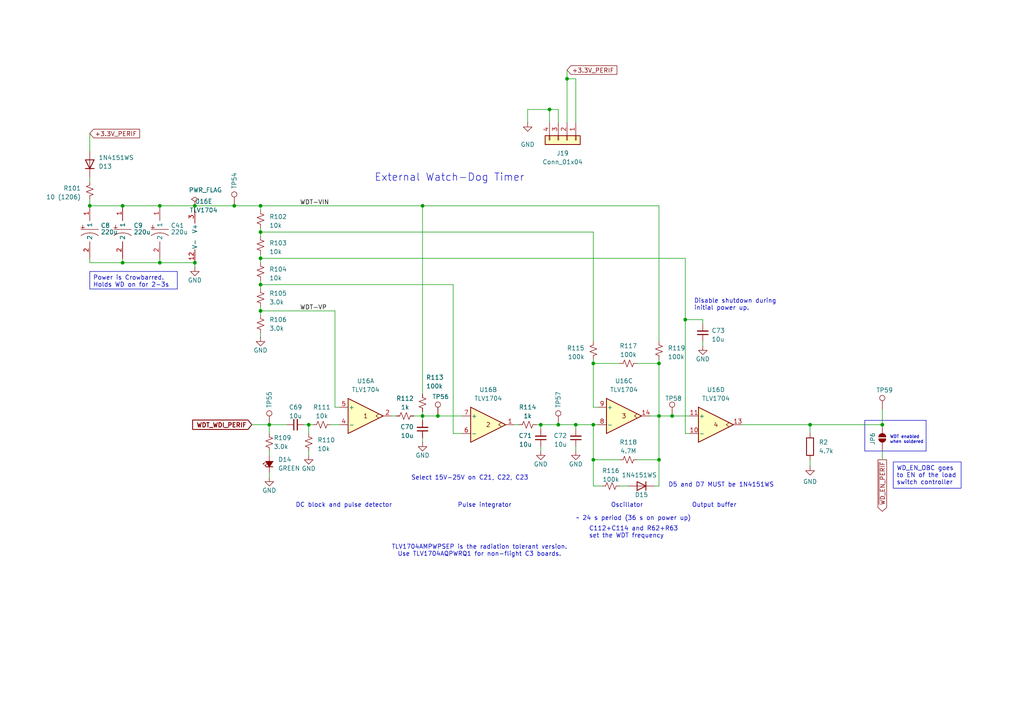
<source format=kicad_sch>
(kicad_sch (version 20250114) (generator "eeschema") (generator_version "9.0")
  (paper "A4")
  (lib_symbols
    (symbol "Connector:TestPoint" (pin_numbers (hide yes)) (pin_names (offset 0.762) (hide yes))
      (property "Reference" "TP" (at 0 6.858 0))
      (property "Value" "TestPoint" (at 0 5.08 0))
      (symbol "TestPoint_0_1"
        (circle (center 0 3.302) (radius 0.762))
      )
      (symbol "TestPoint_1_1"
        (pin passive line (at 0 0 90) (length 2.54) (name "1") (number "1"))
      )
    )
    (symbol "Connector_Generic:Conn_01x04" (pin_names (offset 1.016) (hide yes))
      (property "Reference" "J" (at 0 5.08 0))
      (property "Value" "Conn_01x04" (at 0 -7.62 0))
      (symbol "Conn_01x04_1_1"
        (rectangle (start -1.27 3.81) (end 1.27 -6.35) (stroke (width 0.254)) (fill (type background)))
        (rectangle (start -1.27 2.667) (end 0 2.413) (stroke (width 0.1524)))
        (rectangle (start -1.27 0.127) (end 0 -0.127) (stroke (width 0.1524)))
        (rectangle (start -1.27 -2.413) (end 0 -2.667) (stroke (width 0.1524)))
        (rectangle (start -1.27 -4.953) (end 0 -5.207) (stroke (width 0.1524)))
        (pin passive line (at -5.08 2.54 0) (length 3.81) (name "Pin_1") (number "1"))
        (pin passive line (at -5.08 0 0) (length 3.81) (name "Pin_2") (number "2"))
        (pin passive line (at -5.08 -2.54 0) (length 3.81) (name "Pin_3") (number "3"))
        (pin passive line (at -5.08 -5.08 0) (length 3.81) (name "Pin_4") (number "4"))
      )
    )
    (symbol "Device:C_Small" (pin_numbers (hide yes)) (pin_names (offset 0.254) (hide yes))
      (property "Reference" "C" (at 0.254 1.778 0))
      (property "Value" "C_Small" (at 0.254 -2.032 0))
      (symbol "C_Small_0_1"
        (polyline (pts (xy -1.524 0.508) (xy 1.524 0.508)) (stroke (width 0.3048)))
        (polyline (pts (xy -1.524 -0.508) (xy 1.524 -0.508)) (stroke (width 0.3302)))
      )
      (symbol "C_Small_1_1"
        (pin passive line (at 0 2.54 270) (length 2.032) (name "~") (number "1"))
        (pin passive line (at 0 -2.54 90) (length 2.032) (name "~") (number "2"))
      )
    )
    (symbol "Device:LED_Small_Filled" (pin_numbers (hide yes)) (pin_names (offset 0.254) (hide yes))
      (property "Reference" "D" (at -1.27 3.175 0))
      (property "Value" "LED_Small_Filled" (at -4.445 -2.54 0))
      (symbol "LED_Small_Filled_0_1"
        (polyline (pts (xy -0.762 -1.016) (xy -0.762 1.016)) (stroke (width 0.254)))
        (polyline (pts (xy 0 0.762) (xy -0.508 1.27) (xy -0.254 1.27) (xy -0.508 1.27) (xy -0.508 1.016)))
        (polyline (pts (xy 0.508 1.27) (xy 0 1.778) (xy 0.254 1.778) (xy 0 1.778) (xy 0 1.524)))
        (polyline (pts (xy 0.762 -1.016) (xy -0.762 0) (xy 0.762 1.016) (xy 0.762 -1.016)) (stroke (width 0.254)) (fill (type outline)))
        (polyline (pts (xy 1.016 0) (xy -0.762 0)))
      )
      (symbol "LED_Small_Filled_1_1"
        (pin passive line (at -2.54 0 0) (length 1.778) (name "K") (number "1"))
        (pin passive line (at 2.54 0 180) (length 1.778) (name "A") (number "2"))
      )
    )
    (symbol "Device:R" (pin_numbers (hide yes)) (pin_names (offset 0))
      (property "Reference" "R" (at 2.032 0 90))
      (property "Value" "R" (at 0 0 90))
      (symbol "R_0_1"
        (rectangle (start -1.016 -2.54) (end 1.016 2.54) (stroke (width 0.254)))
      )
      (symbol "R_1_1"
        (pin passive line (at 0 3.81 270) (length 1.27) (name "~") (number "1"))
        (pin passive line (at 0 -3.81 90) (length 1.27) (name "~") (number "2"))
      )
    )
    (symbol "Device:R_Small_US" (pin_numbers (hide yes)) (pin_names (offset 0.254) (hide yes))
      (property "Reference" "R" (at 0.762 0.508 0))
      (property "Value" "R_Small_US" (at 0.762 -1.016 0))
      (symbol "R_Small_US_1_1"
        (polyline (pts (xy 0 1.524) (xy 1.016 1.143) (xy 0 0.762) (xy -1.016 0.381) (xy 0 0)))
        (polyline (pts (xy 0 0) (xy 1.016 -0.381) (xy 0 -0.762) (xy -1.016 -1.143) (xy 0 -1.524)))
        (pin passive line (at 0 2.54 270) (length 1.016) (name "~") (number "1"))
        (pin passive line (at 0 -2.54 90) (length 1.016) (name "~") (number "2"))
      )
    )
    (symbol "EPS:1N4151WS" (pin_numbers (hide yes)) (pin_names (offset 1.016) (hide yes))
      (property "Reference" "D" (at 0 2.54 0))
      (property "Value" "1N4151WS" (at 0 -2.54 0))
      (symbol "1N4151WS_0_1"
        (polyline (pts (xy -1.27 1.27) (xy -1.27 -1.27)) (stroke (width 0.254)))
        (polyline (pts (xy 1.27 1.27) (xy 1.27 -1.27) (xy -1.27 0) (xy 1.27 1.27)) (stroke (width 0.254)))
        (polyline (pts (xy 1.27 0) (xy -1.27 0)))
      )
      (symbol "1N4151WS_1_1"
        (pin passive line (at -3.81 0 0) (length 2.54) (name "K") (number "1"))
        (pin passive line (at 3.81 0 180) (length 2.54) (name "A") (number "2"))
      )
    )
    (symbol "EPS:CA45-D-10V-220μF-K"
      (property "Reference" "C" (at 0 5.08 0))
      (property "Value" "220u" (at 0 -5.08 0))
      (symbol "CA45-D-10V-220μF-K_0_1"
        (arc (start -1.02 2.54) (mid -0.31 0.81) (end -0.25 0))
        (arc (start -0.25 0) (mid -0.27 -0.53) (end -1.02 -2.54))
        (polyline (pts (xy 0.76 2.54) (xy 0.76 -2.54)))
        (rectangle (start 1.02 2.03) (end 2.03 2.03) (fill (type background)))
        (rectangle (start 1.27 2.54) (end 1.27 1.52) (fill (type background)))
        (pin unspecified line (at -7.62 0 0) (length 4.826) (name "2") (number "2"))
        (pin unspecified line (at 7.62 0 180) (length 4.318) (name "1") (number "1"))
      )
    )
    (symbol "EPS:TLV1704AIPWR" (pin_names (offset 0.127))
      (property "Reference" "U13" (at 0 10.16 0))
      (property "Value" "TLV1704" (at 0 7.62 0))
      (symbol "TLV1704AIPWR_1_1"
        (polyline (pts (xy -5.08 5.08) (xy 5.08 0) (xy -5.08 -5.08) (xy -5.08 5.08)) (stroke (width 0.254)) (fill (type background)))
        (polyline (pts (xy 3.048 0) (xy 3.81 -0.635)))
        (polyline (pts (xy 3.81 0.635) (xy 3.048 0)))
        (text "1" (at 0 0 0) (effects (font (size 1.27 1.27))))
        (pin input line (at -7.62 2.54 0) (length 2.54) (name "+") (number "5"))
        (pin input line (at -7.62 -2.54 0) (length 2.54) (name "-") (number "4"))
        (pin open_collector line (at 7.62 0 180) (length 2.54) (name "~") (number "2"))
      )
      (symbol "TLV1704AIPWR_2_1"
        (polyline (pts (xy -5.08 5.08) (xy 5.08 0) (xy -5.08 -5.08) (xy -5.08 5.08)) (stroke (width 0.254)) (fill (type background)))
        (polyline (pts (xy 3.048 0) (xy 3.81 -0.635)))
        (polyline (pts (xy 3.81 0.635) (xy 3.048 0)))
        (text "2" (at 0 0 0) (effects (font (size 1.27 1.27))))
        (pin input line (at -7.62 2.54 0) (length 2.54) (name "+") (number "7"))
        (pin input line (at -7.62 -2.54 0) (length 2.54) (name "-") (number "6"))
        (pin open_collector line (at 7.62 0 180) (length 2.54) (name "~") (number "1"))
      )
      (symbol "TLV1704AIPWR_3_1"
        (polyline (pts (xy -5.08 5.08) (xy 5.08 0) (xy -5.08 -5.08) (xy -5.08 5.08)) (stroke (width 0.254)) (fill (type background)))
        (polyline (pts (xy 3.048 0) (xy 3.81 -0.635)))
        (polyline (pts (xy 3.81 0.635) (xy 3.048 0)))
        (text "3" (at 0 0 0) (effects (font (size 1.27 1.27))))
        (pin input line (at -7.62 2.54 0) (length 2.54) (name "+") (number "9"))
        (pin input line (at -7.62 -2.54 0) (length 2.54) (name "-") (number "8"))
        (pin open_collector line (at 7.62 0 180) (length 2.54) (name "~") (number "14"))
      )
      (symbol "TLV1704AIPWR_4_1"
        (polyline (pts (xy -5.08 5.08) (xy 5.08 0) (xy -5.08 -5.08) (xy -5.08 5.08)) (stroke (width 0.254)) (fill (type background)))
        (polyline (pts (xy 3.048 0) (xy 3.81 -0.635)))
        (polyline (pts (xy 3.81 0.635) (xy 3.048 0)))
        (text "4" (at 0 0 0) (effects (font (size 1.27 1.27))))
        (pin input line (at -7.62 2.54 0) (length 2.54) (name "+") (number "11"))
        (pin input line (at -7.62 -2.54 0) (length 2.54) (name "-") (number "10"))
        (pin open_collector line (at 7.62 0 180) (length 2.54) (name "~") (number "13"))
      )
      (symbol "TLV1704AIPWR_5_1"
        (pin power_in line (at -2.54 7.62 270) (length 3.81) (name "V+") (number "3"))
        (pin power_in line (at -2.54 -7.62 90) (length 3.81) (name "V-") (number "12"))
      )
    )
    (symbol "Jumper:SolderJumper_2_Open" (pin_numbers (hide yes)) (pin_names (offset 0) (hide yes)) (exclude_from_sim yes) (in_bom no)
      (property "Reference" "JP" (at 0 2.032 0))
      (property "Value" "SolderJumper_2_Open" (at 0 -2.54 0))
      (symbol "SolderJumper_2_Open_0_1"
        (polyline (pts (xy -0.254 1.016) (xy -0.254 -1.016)))
        (arc (start -0.254 -1.016) (mid -1.2656 0) (end -0.254 1.016))
        (arc (start -0.254 -1.016) (mid -1.2656 0) (end -0.254 1.016) (fill (type outline)))
        (arc (start 0.254 1.016) (mid 1.2656 0) (end 0.254 -1.016))
        (arc (start 0.254 1.016) (mid 1.2656 0) (end 0.254 -1.016) (fill (type outline)))
        (polyline (pts (xy 0.254 1.016) (xy 0.254 -1.016)))
      )
      (symbol "SolderJumper_2_Open_1_1"
        (pin passive line (at -3.81 0 0) (length 2.54) (name "A") (number "1"))
        (pin passive line (at 3.81 0 180) (length 2.54) (name "B") (number "2"))
      )
    )
    (symbol "power:GND" (power) (pin_numbers (hide yes)) (pin_names (offset 0) (hide yes))
      (property "Value" "GND" (at 0 -3.81 0))
      (symbol "GND_0_1"
        (polyline (pts (xy 0 0) (xy 0 -1.27) (xy 1.27 -1.27) (xy 0 -2.54) (xy -1.27 -1.27) (xy 0 -1.27)))
      )
      (symbol "GND_1_1"
        (pin power_in line (at 0 0 270) (length 0) (name "~") (number "1"))
      )
    )
    (symbol "power:PWR_FLAG" (power) (pin_numbers (hide yes)) (pin_names (offset 0) (hide yes))
      (property "Value" "PWR_FLAG" (at 0 3.81 0))
      (symbol "PWR_FLAG_0_0"
        (pin power_out line (at 0 0 90) (length 0) (name "~") (number "1"))
      )
      (symbol "PWR_FLAG_0_1"
        (polyline (pts (xy 0 0) (xy 0 1.27) (xy -1.016 1.905) (xy 0 2.54) (xy 1.016 1.905) (xy 0 1.27)))
      )
    )
  )
  (text "TLV1704AMPWPSEP is the radiation tolerant version.\nUse TLV1704AQPWRQ1 for non-flight C3 boards." (at 139.065 159.766 0) (effects (font (size 1.27 1.27))))
  (text "Pulse integrator" (at 132.715 147.32 0) (effects (font (size 1.27 1.27)) (justify left bottom)))
  (text "Disable shutdown during\ninitial power up." (at 201.295 90.17 0) (effects (font (size 1.27 1.27)) (justify left bottom)))
  (text "~ 24 s period (36 s on power up)" (at 167.005 151.13 0) (effects (font (size 1.27 1.27)) (justify left bottom)))
  (text "External Watch-Dog Timer" (at 108.585 52.832 0) (effects (font (size 2.159 2.159)) (justify left bottom)))
  (text "Select 15V-25V on C21, C22, C23" (at 136.271 138.684 0) (effects (font (size 1.27 1.27))))
  (text "D5 and D7 MUST be 1N4151WS" (at 209.169 140.716 0) (effects (font (size 1.27 1.27))))
  (text "WDT enabled\nwhen soldered" (at 258.064 128.778 0) (effects (font (size 0.889 0.889)) (justify left bottom)))
  (text "Oscillator" (at 177.165 147.32 0) (effects (font (size 1.27 1.27)) (justify left bottom)))
  (text "DC block and pulse detector" (at 85.725 147.32 0) (effects (font (size 1.27 1.27)) (justify left bottom)))
  (text "Output buffer" (at 200.66 147.32 0) (effects (font (size 1.27 1.27)) (justify left bottom)))
  (text "C112+C114 and R62+R63 \nset the WDT frequency" (at 170.815 156.21 0) (effects (font (size 1.27 1.27)) (justify left bottom)))
  (text_box "WD_EN_OBC goes to EN of the load switch controller" (at 259.08 133.985 0) (size 19.685 7.62) (margins 0.9525 0.9525 0.9525 0.9525) (effects (font (size 1.27 1.27)) (justify left top)))
  (text_box "Power is Crowbarred. Holds WD on for 2-3s" (at 26.035 78.74 0) (size 25.4 5.08) (margins 0.9525 0.9525 0.9525 0.9525) (effects (font (size 1.27 1.27)) (justify left top)))
  (junction (at 172.085 133.35))
  (junction (at 164.465 22.86))
  (junction (at 172.085 105.41))
  (junction (at 198.755 92.71))
  (junction (at 75.565 90.17))
  (junction (at 46.355 76.2))
  (junction (at 56.515 59.69))
  (junction (at 46.355 59.69))
  (junction (at 75.565 59.69))
  (junction (at 234.95 123.19))
  (junction (at 167.005 123.19))
  (junction (at 191.135 120.65))
  (junction (at 191.135 133.35))
  (junction (at 122.555 59.69))
  (junction (at 75.565 67.31))
  (junction (at 156.845 123.19))
  (junction (at 194.945 120.65))
  (junction (at 172.085 123.19))
  (junction (at 67.945 59.69))
  (junction (at 89.535 123.19))
  (junction (at 26.035 59.69))
  (junction (at 255.905 123.19))
  (junction (at 75.565 74.93))
  (junction (at 127 120.65))
  (junction (at 35.56 59.69))
  (junction (at 159.385 31.75))
  (junction (at 191.135 105.41))
  (junction (at 122.555 120.65))
  (junction (at 56.515 76.2))
  (junction (at 35.56 76.2))
  (junction (at 75.565 82.55))
  (junction (at 78.105 123.19))
  (junction (at 161.925 123.19))
  (wire (pts (xy 179.705 133.35) (xy 172.085 133.35)))
  (wire (pts (xy 26.035 57.785) (xy 26.035 59.69)))
  (wire (pts (xy 75.565 74.93) (xy 75.565 76.2)))
  (wire (pts (xy 113.665 120.65) (xy 114.935 120.65)))
  (wire (pts (xy 167.005 22.86) (xy 167.005 35.56)))
  (wire (pts (xy 184.785 105.41) (xy 191.135 105.41)))
  (wire (pts (xy 75.565 96.52) (xy 75.565 97.79)))
  (wire (pts (xy 234.95 123.19) (xy 234.95 125.73)))
  (wire (pts (xy 159.385 31.75) (xy 161.925 31.75)))
  (wire (pts (xy 89.535 130.81) (xy 89.535 132.08)))
  (wire (pts (xy 203.835 93.98) (xy 203.835 92.71)))
  (wire (pts (xy 89.535 123.19) (xy 90.805 123.19)))
  (wire (pts (xy 26.035 51.435) (xy 26.035 52.705)))
  (wire (pts (xy 75.565 67.31) (xy 172.085 67.31)))
  (wire (pts (xy 46.355 59.69) (xy 56.515 59.69)))
  (wire (pts (xy 172.085 140.97) (xy 172.085 133.35)))
  (wire (pts (xy 149.225 123.19) (xy 150.495 123.19)))
  (wire (pts (xy 161.925 123.19) (xy 167.005 123.19)))
  (wire (pts (xy 156.845 123.19) (xy 161.925 123.19)))
  (polyline (pts (xy 268.605 130.81) (xy 250.825 130.81)))
  (wire (pts (xy 46.355 74.93) (xy 46.355 76.2)))
  (wire (pts (xy 215.265 123.19) (xy 234.95 123.19)))
  (wire (pts (xy 78.105 130.81) (xy 78.105 132.08)))
  (wire (pts (xy 67.945 59.69) (xy 75.565 59.69)))
  (wire (pts (xy 234.95 123.19) (xy 255.905 123.19)))
  (wire (pts (xy 198.755 92.71) (xy 203.835 92.71)))
  (wire (pts (xy 234.95 133.35) (xy 234.95 135.255)))
  (wire (pts (xy 198.755 125.73) (xy 200.025 125.73)))
  (wire (pts (xy 122.555 120.65) (xy 122.555 121.92)))
  (wire (pts (xy 35.56 76.2) (xy 46.355 76.2)))
  (wire (pts (xy 164.465 22.86) (xy 167.005 22.86)))
  (wire (pts (xy 156.845 130.81) (xy 156.845 129.54)))
  (wire (pts (xy 89.535 123.19) (xy 89.535 125.73)))
  (wire (pts (xy 191.135 99.06) (xy 191.135 59.69)))
  (wire (pts (xy 122.555 120.65) (xy 127 120.65)))
  (wire (pts (xy 159.385 31.75) (xy 153.035 31.75)))
  (wire (pts (xy 56.515 77.47) (xy 56.515 76.2)))
  (wire (pts (xy 194.945 120.65) (xy 200.025 120.65)))
  (wire (pts (xy 184.785 133.35) (xy 191.135 133.35)))
  (wire (pts (xy 127 120.65) (xy 133.985 120.65)))
  (wire (pts (xy 255.905 130.81) (xy 255.905 133.35)))
  (wire (pts (xy 191.135 120.65) (xy 194.945 120.65)))
  (wire (pts (xy 191.135 133.35) (xy 191.135 120.65)))
  (wire (pts (xy 75.565 88.9) (xy 75.565 90.17)))
  (wire (pts (xy 26.035 38.735) (xy 26.035 43.815)))
  (wire (pts (xy 191.135 140.97) (xy 191.135 133.35)))
  (wire (pts (xy 164.465 20.32) (xy 164.465 22.86)))
  (wire (pts (xy 95.885 123.19) (xy 98.425 123.19)))
  (wire (pts (xy 164.465 35.56) (xy 164.465 22.86)))
  (wire (pts (xy 167.005 130.81) (xy 167.005 129.54)))
  (wire (pts (xy 122.555 120.65) (xy 122.555 119.38)))
  (wire (pts (xy 75.565 73.66) (xy 75.565 74.93)))
  (wire (pts (xy 155.575 123.19) (xy 156.845 123.19)))
  (wire (pts (xy 191.135 105.41) (xy 191.135 120.65)))
  (wire (pts (xy 122.555 59.69) (xy 75.565 59.69)))
  (wire (pts (xy 75.565 60.96) (xy 75.565 59.69)))
  (wire (pts (xy 75.565 81.28) (xy 75.565 82.55)))
  (wire (pts (xy 159.385 35.56) (xy 159.385 31.75)))
  (wire (pts (xy 172.085 104.14) (xy 172.085 105.41)))
  (wire (pts (xy 191.135 104.14) (xy 191.135 105.41)))
  (wire (pts (xy 75.565 90.17) (xy 75.565 91.44)))
  (wire (pts (xy 97.155 118.11) (xy 98.425 118.11)))
  (wire (pts (xy 75.565 82.55) (xy 131.445 82.55)))
  (wire (pts (xy 203.835 100.33) (xy 203.835 99.06)))
  (wire (pts (xy 73.025 123.19) (xy 78.105 123.19)))
  (wire (pts (xy 188.595 120.65) (xy 191.135 120.65)))
  (wire (pts (xy 122.555 59.69) (xy 191.135 59.69)))
  (wire (pts (xy 46.355 76.2) (xy 56.515 76.2)))
  (wire (pts (xy 26.035 59.69) (xy 35.56 59.69)))
  (wire (pts (xy 198.755 74.93) (xy 198.755 92.71)))
  (wire (pts (xy 179.705 140.97) (xy 182.245 140.97)))
  (wire (pts (xy 122.555 59.69) (xy 122.555 114.3)))
  (wire (pts (xy 161.925 31.75) (xy 161.925 35.56)))
  (wire (pts (xy 189.865 140.97) (xy 191.135 140.97)))
  (wire (pts (xy 26.035 76.2) (xy 35.56 76.2)))
  (wire (pts (xy 56.515 60.96) (xy 56.515 59.69)))
  (wire (pts (xy 131.445 82.55) (xy 131.445 125.73)))
  (wire (pts (xy 153.035 31.75) (xy 153.035 35.56)))
  (polyline (pts (xy 268.605 121.92) (xy 268.605 130.81)))
  (wire (pts (xy 167.005 123.19) (xy 172.085 123.19)))
  (wire (pts (xy 172.085 118.11) (xy 172.085 105.41)))
  (wire (pts (xy 172.085 105.41) (xy 179.705 105.41)))
  (wire (pts (xy 88.265 123.19) (xy 89.535 123.19)))
  (polyline (pts (xy 250.825 130.81) (xy 250.825 121.92)))
  (wire (pts (xy 120.015 120.65) (xy 122.555 120.65)))
  (wire (pts (xy 56.515 59.69) (xy 67.945 59.69)))
  (wire (pts (xy 75.565 82.55) (xy 75.565 83.82)))
  (wire (pts (xy 75.565 74.93) (xy 198.755 74.93)))
  (wire (pts (xy 78.105 123.19) (xy 83.185 123.19)))
  (wire (pts (xy 255.905 118.745) (xy 255.905 123.19)))
  (wire (pts (xy 198.755 92.71) (xy 198.755 125.73)))
  (wire (pts (xy 75.565 90.17) (xy 97.155 90.17)))
  (wire (pts (xy 97.155 90.17) (xy 97.155 118.11)))
  (wire (pts (xy 122.555 128.27) (xy 122.555 127)))
  (wire (pts (xy 35.56 74.93) (xy 35.56 76.2)))
  (wire (pts (xy 26.035 74.93) (xy 26.035 76.2)))
  (wire (pts (xy 156.845 123.19) (xy 156.845 124.46)))
  (wire (pts (xy 172.085 123.19) (xy 173.355 123.19)))
  (wire (pts (xy 78.105 138.43) (xy 78.105 137.16)))
  (polyline (pts (xy 250.825 121.92) (xy 268.605 121.92)))
  (wire (pts (xy 75.565 66.04) (xy 75.565 67.31)))
  (wire (pts (xy 172.085 140.97) (xy 174.625 140.97)))
  (wire (pts (xy 35.56 59.69) (xy 46.355 59.69)))
  (wire (pts (xy 167.005 124.46) (xy 167.005 123.19)))
  (wire (pts (xy 78.105 125.73) (xy 78.105 123.19)))
  (wire (pts (xy 172.085 99.06) (xy 172.085 67.31)))
  (wire (pts (xy 131.445 125.73) (xy 133.985 125.73)))
  (wire (pts (xy 173.355 118.11) (xy 172.085 118.11)))
  (wire (pts (xy 75.565 67.31) (xy 75.565 68.58)))
  (wire (pts (xy 172.085 133.35) (xy 172.085 123.19)))
  (label "WDT-VIN" (at 86.995 59.69 0))
  (label "WDT-VP" (at 86.995 90.17 0))
  (global_label "+3.3V_PERIF" (shape input) (at 164.465 20.32 0) (property "Intersheetrefs" "${INTERSHEET_REFS}" (effects (hide yes))))
  (global_label "+3.3V_PERIF" (shape input) (at 26.035 38.735 0) (property "Intersheetrefs" "${INTERSHEET_REFS}" (effects (hide yes))))
  (global_label "~{WD_EN_PERIF}" (shape output) (at 255.905 133.35 270) (property "Intersheetrefs" "${INTERSHEET_REFS}" (effects (hide yes))))
  (global_label "WDT_WDI_PERIF" (shape input) (at 73.025 123.19 180) (effects (font (thickness 0.254) (bold yes))) (property "Intersheetrefs" "${INTERSHEET_REFS}" (effects (hide yes))))
  (symbol (lib_id "Device:C_Small") (at 156.845 127 0) (mirror x) (unit 1)
    (property "Reference" "C71" (at 154.305 126.3586 0) (effects (justify right)))
    (property "Value" "10u" (at 154.305 128.8986 0) (effects (justify right)))
    (property "Footprint" "Capacitor_SMD:C_1210_3225Metric" (effects (hide yes)))
    (property "Description" "Unpolarized capacitor, small symbol" (effects (hide yes)))
    (property "DPN" "490-12317-1-ND" (effects (hide yes)))
    (property "DST" "Digi-Key" (effects (hide yes)))
    (property "MFR" "Murata" (effects (hide yes)))
    (property "MPN" "GRT188R61C106KE13D" (effects (hide yes)))
  )
  (symbol (lib_id "power:GND") (at 234.95 135.255 0) (unit 1)
    (property "Reference" "#PWR010" (effects (hide yes)))
    (property "Value" "GND" (at 234.95 139.7 0))
    (property "Description" "Power symbol creates a global label with name \"GND\" , ground" (effects (hide yes)))
  )
  (symbol (lib_id "Connector:TestPoint") (at 67.945 59.69 0) (unit 1)
    (property "Reference" "TP54" (at 67.945 54.864 90) (effects (justify left)))
    (property "Value" "TestPoint" (effects (hide yes)))
    (property "Footprint" "TestPoint:TestPoint_Pad_1.0x1.0mm" (effects (hide yes)))
    (property "Description" "test point" (effects (hide yes)))
  )
  (symbol (lib_id "EPS:TLV1704AIPWR") (at 180.975 120.65 0) (unit 3)
    (property "Reference" "U16" (at 180.975 110.49 0))
    (property "Value" "TLV1704" (at 180.975 113.03 0))
    (property "Footprint" "Package_SO:TSSOP-14_4.4x5mm_P0.65mm" (effects (hide yes)))
    (property "Datasheet" "https://www.ti.com/lit/ds/symlink/tlv1704-sep.pdf" (effects (hide yes)))
    (property "Description" "Analog Comparators 2.2-V to 36-V, radiation tolerant microPower quad comparator in space enhanced plastic 14-TSSOP -55 to 125" (effects (hide yes)))
    (property "MFR" "Texas Instruments" (effects (hide yes)))
    (property "MPN" "TLV1704AQPWRQ1" (effects (hide yes)))
    (property "DST" "Digi-Key" (effects (hide yes)))
    (property "DPN" "296-43799-2-ND" (effects (hide yes)))
    (property "LCSC" "C181596" (effects (hide yes)))
  )
  (symbol (lib_id "power:GND") (at 56.515 77.47 0) (mirror y) (unit 1)
    (property "Reference" "#PWR095" (effects (hide yes)))
    (property "Value" "GND" (at 56.515 81.28 0))
    (property "Description" "Power symbol creates a global label with name \"GND\" , ground" (effects (hide yes)))
  )
  (symbol (lib_id "power:GND") (at 167.005 130.81 0) (mirror y) (unit 1)
    (property "Reference" "#PWR0103" (effects (hide yes)))
    (property "Value" "GND" (at 167.005 134.62 0))
    (property "Description" "Power symbol creates a global label with name \"GND\" , ground" (effects (hide yes)))
  )
  (symbol (lib_id "Device:R_Small_US") (at 75.565 71.12 0) (unit 1)
    (property "Reference" "R103" (at 78.105 70.485 0) (effects (justify left)))
    (property "Value" "10k" (at 78.105 73.025 0) (effects (justify left)))
    (property "Footprint" "Resistor_SMD:R_0603_1608Metric" (effects (hide yes)))
    (property "Description" "Resistor, small US symbol" (effects (hide yes)))
    (property "DPN" "RMCF0603FT10K0CT-ND" (effects (hide yes)))
    (property "DST" "Digi-Key" (effects (hide yes)))
    (property "MFR" "Stackpole Electronics Inc" (effects (hide yes)))
    (property "MPN" "RMCF0603FT10K0" (effects (hide yes)))
    (property "LCSC" "C13564" (effects (hide yes)))
  )
  (symbol (lib_id "EPS:CA45-D-10V-220μF-K") (at 46.355 67.31 90) (unit 1)
    (property "Reference" "C41" (at 49.53 65.405 90) (effects (justify right)))
    (property "Value" "220u" (at 49.53 67.31 90) (effects (justify right)))
    (property "Footprint" "EPS:CASE-D_7343" (effects (hide yes)))
    (property "Datasheet" "https://lcsc.com/product-detail/Tantalum-Capacitors_220uF-227-10-10V_C171665.html" (effects (hide yes)))
    (property "Description" "CA45-D-10V-220μF-K" (effects (hide yes)))
    (property "LCSC Part" "C171665" (effects (hide yes)))
  )
  (symbol (lib_id "Connector:TestPoint") (at 127 120.65 0) (unit 1)
    (property "Reference" "TP56" (at 125.349 115.062 0) (effects (justify left)))
    (property "Value" "TestPoint" (effects (hide yes)))
    (property "Footprint" "TestPoint:TestPoint_Pad_1.0x1.0mm" (effects (hide yes)))
    (property "Description" "test point" (effects (hide yes)))
  )
  (symbol (lib_id "EPS:TLV1704AIPWR") (at 141.605 123.19 0) (unit 2)
    (property "Reference" "U16" (at 141.605 113.03 0))
    (property "Value" "TLV1704" (at 141.605 115.57 0))
    (property "Footprint" "Package_SO:TSSOP-14_4.4x5mm_P0.65mm" (effects (hide yes)))
    (property "Datasheet" "https://www.ti.com/lit/ds/symlink/tlv1704-sep.pdf" (effects (hide yes)))
    (property "Description" "Analog Comparators 2.2-V to 36-V, radiation tolerant microPower quad comparator in space enhanced plastic 14-TSSOP -55 to 125" (effects (hide yes)))
    (property "MFR" "Texas Instruments" (effects (hide yes)))
    (property "MPN" "TLV1704AQPWRQ1" (effects (hide yes)))
    (property "DST" "Digi-Key" (effects (hide yes)))
    (property "DPN" "296-43799-2-ND" (effects (hide yes)))
    (property "LCSC" "C181596" (effects (hide yes)))
  )
  (symbol (lib_id "Device:R_Small_US") (at 182.245 133.35 270) (unit 1)
    (property "Reference" "R118" (at 182.245 128.27 90))
    (property "Value" "4.7M" (at 182.245 130.81 90))
    (property "Footprint" "Resistor_SMD:R_0603_1608Metric" (effects (hide yes)))
    (property "Description" "Resistor, small US symbol" (effects (hide yes)))
    (property "DPN" "RMCF0603FT4M70CT-ND" (effects (hide yes)))
    (property "DST" "Digi-Key" (effects (hide yes)))
    (property "MFR" "Stackpole Electronics Inc" (effects (hide yes)))
    (property "MPN" "RMCF0603FT4M70" (effects (hide yes)))
  )
  (symbol (lib_id "power:GND") (at 89.535 132.08 0) (unit 1)
    (property "Reference" "#PWR099" (effects (hide yes)))
    (property "Value" "GND" (at 89.535 135.89 0))
    (property "Description" "Power symbol creates a global label with name \"GND\" , ground" (effects (hide yes)))
  )
  (symbol (lib_id "Device:R_Small_US") (at 75.565 93.98 0) (unit 1)
    (property "Reference" "R106" (at 78.105 92.71 0) (effects (justify left)))
    (property "Value" "3.0k" (at 78.105 95.25 0) (effects (justify left)))
    (property "Footprint" "Resistor_SMD:R_0603_1608Metric" (effects (hide yes)))
    (property "Description" "Resistor, small US symbol" (effects (hide yes)))
    (property "DPN" "RMCF0603FT3K00CT-ND" (effects (hide yes)))
    (property "DST" "Digi-Key" (effects (hide yes)))
    (property "MFR" "Stackpole Electronics Inc" (effects (hide yes)))
    (property "MPN" "RMCF0603FT3K00" (effects (hide yes)))
    (property "LCSC" "C4211" (effects (hide yes)))
  )
  (symbol (lib_id "Device:R_Small_US") (at 117.475 120.65 90) (unit 1)
    (property "Reference" "R112" (at 117.475 115.57 90))
    (property "Value" "1k" (at 117.475 118.11 90))
    (property "Footprint" "Resistor_SMD:R_0603_1608Metric" (effects (hide yes)))
    (property "Description" "Resistor, small US symbol" (effects (hide yes)))
    (property "DPN" "RMCF0603FT1K00CT-ND" (effects (hide yes)))
    (property "DST" "Digi-Key" (effects (hide yes)))
    (property "MFR" "Stackpole Electronics Inc" (effects (hide yes)))
    (property "MPN" "RMCF0603FT1K00" (effects (hide yes)))
    (property "LCSC" "C13163" (effects (hide yes)))
  )
  (symbol (lib_id "Connector:TestPoint") (at 161.925 123.19 0) (unit 1)
    (property "Reference" "TP57" (at 161.925 118.364 90) (effects (justify left)))
    (property "Value" "TestPoint" (effects (hide yes)))
    (property "Footprint" "TestPoint:TestPoint_Pad_1.0x1.0mm" (effects (hide yes)))
    (property "Description" "test point" (effects (hide yes)))
  )
  (symbol (lib_id "Connector_Generic:Conn_01x04") (at 164.465 40.64 270) (unit 1)
    (property "Reference" "J19" (at 163.195 44.45 90))
    (property "Value" "Conn_01x04" (at 163.195 46.99 90))
    (property "Footprint" "Connector_PinSocket_2.54mm:PinSocket_1x04_P2.54mm_Vertical" (effects (hide yes)))
    (property "Description" "Generic connector, single row, 01x04, script generated (kicad-library-utils/schlib/autogen/connector/)" (effects (hide yes)))
  )
  (symbol (lib_id "Device:R_Small_US") (at 182.245 105.41 90) (unit 1)
    (property "Reference" "R117" (at 182.245 100.33 90))
    (property "Value" "100k" (at 182.245 102.87 90))
    (property "Footprint" "Resistor_SMD:R_0603_1608Metric" (effects (hide yes)))
    (property "Description" "Resistor, small US symbol" (effects (hide yes)))
    (property "DPN" "RMCF0603FT100KCT-ND" (effects (hide yes)))
    (property "DST" "Digi-Key" (effects (hide yes)))
    (property "MFR" "Stackpole Electronics Inc" (effects (hide yes)))
    (property "MPN" "RMCF0603FT100K" (effects (hide yes)))
    (property "LCSC" "C14675" (effects (hide yes)))
  )
  (symbol (lib_id "EPS:TLV1704AIPWR") (at 59.055 68.58 0) (unit 5)
    (property "Reference" "U16" (at 59.055 58.42 0))
    (property "Value" "TLV1704" (at 59.055 60.96 0))
    (property "Footprint" "Package_SO:TSSOP-14_4.4x5mm_P0.65mm" (effects (hide yes)))
    (property "Datasheet" "https://www.ti.com/lit/ds/symlink/tlv1704-sep.pdf" (effects (hide yes)))
    (property "Description" "Analog Comparators 2.2-V to 36-V, radiation tolerant microPower quad comparator in space enhanced plastic 14-TSSOP -55 to 125" (effects (hide yes)))
    (property "MFR" "Texas Instruments" (effects (hide yes)))
    (property "MPN" "TLV1704AQPWRQ1" (effects (hide yes)))
    (property "DST" "Digi-Key" (effects (hide yes)))
    (property "DPN" "296-43799-2-ND" (effects (hide yes)))
    (property "LCSC" "C181596" (effects (hide yes)))
  )
  (symbol (lib_id "Device:C_Small") (at 167.005 127 0) (mirror x) (unit 1)
    (property "Reference" "C72" (at 164.465 126.3586 0) (effects (justify right)))
    (property "Value" "10u" (at 164.465 128.8986 0) (effects (justify right)))
    (property "Footprint" "Capacitor_SMD:C_1210_3225Metric" (effects (hide yes)))
    (property "Description" "Unpolarized capacitor, small symbol" (effects (hide yes)))
    (property "DPN" "490-12317-1-ND" (effects (hide yes)))
    (property "DST" "Digi-Key" (effects (hide yes)))
    (property "MFR" "Murata" (effects (hide yes)))
    (property "MPN" "GRT188R61C106KE13D" (effects (hide yes)))
  )
  (symbol (lib_id "Device:R_Small_US") (at 75.565 86.36 0) (unit 1)
    (property "Reference" "R105" (at 78.105 85.09 0) (effects (justify left)))
    (property "Value" "3.0k" (at 78.105 87.63 0) (effects (justify left)))
    (property "Footprint" "Resistor_SMD:R_0603_1608Metric" (effects (hide yes)))
    (property "Description" "Resistor, small US symbol" (effects (hide yes)))
    (property "DPN" "RMCF0603FT3K00CT-ND" (effects (hide yes)))
    (property "DST" "Digi-Key" (effects (hide yes)))
    (property "MFR" "Stackpole Electronics Inc" (effects (hide yes)))
    (property "MPN" "RMCF0603FT3K00" (effects (hide yes)))
    (property "LCSC" "C4211" (effects (hide yes)))
  )
  (symbol (lib_id "EPS:TLV1704AIPWR") (at 207.645 123.19 0) (unit 4)
    (property "Reference" "U16" (at 207.645 113.03 0))
    (property "Value" "TLV1704" (at 207.645 115.57 0))
    (property "Footprint" "Package_SO:TSSOP-14_4.4x5mm_P0.65mm" (effects (hide yes)))
    (property "Datasheet" "https://www.ti.com/lit/ds/symlink/tlv1704-sep.pdf" (effects (hide yes)))
    (property "Description" "Analog Comparators 2.2-V to 36-V, radiation tolerant microPower quad comparator in space enhanced plastic 14-TSSOP -55 to 125" (effects (hide yes)))
    (property "MFR" "Texas Instruments" (effects (hide yes)))
    (property "MPN" "TLV1704AQPWRQ1" (effects (hide yes)))
    (property "DST" "Digi-Key" (effects (hide yes)))
    (property "DPN" "296-43799-2-ND" (effects (hide yes)))
    (property "LCSC" "C181596" (effects (hide yes)))
  )
  (symbol (lib_id "Device:R_Small_US") (at 122.555 116.84 0) (unit 1)
    (property "Reference" "R113" (at 123.571 109.474 0) (effects (justify left)))
    (property "Value" "100k" (at 123.571 112.014 0) (effects (justify left)))
    (property "Footprint" "Resistor_SMD:R_0603_1608Metric" (effects (hide yes)))
    (property "Description" "Resistor, small US symbol" (effects (hide yes)))
    (property "DPN" "RMCF0603FT100KCT-ND" (effects (hide yes)))
    (property "DST" "Digi-Key" (effects (hide yes)))
    (property "MFR" "Stackpole Electronics Inc" (effects (hide yes)))
    (property "MPN" "RMCF0603FT100K" (effects (hide yes)))
    (property "LCSC" "C14675" (effects (hide yes)))
  )
  (symbol (lib_id "EPS:1N4151WS") (at 186.055 140.97 180) (unit 1)
    (property "Reference" "D15" (at 186.055 143.51 0))
    (property "Value" "1N4151WS" (at 185.42 137.795 0))
    (property "Footprint" "easyeda2kicad:SODFL2512X100N" (effects (hide yes)))
    (property "Datasheet" "https://www.vishay.com/docs/85412/1n4151wsg.pdf" (effects (hide yes)))
    (property "Description" "Diode" (effects (hide yes)))
    (property "DPN" "112-1N4151WS-E3-08CT-ND" (effects (hide yes)))
    (property "DST" "Digi-Key" (effects (hide yes)))
    (property "MFR" "Vishay" (effects (hide yes)))
    (property "MPN" "1N4151WS-E3-08" (effects (hide yes)))
    (property "Sim.Device" "D" (effects (hide yes)))
    (property "Sim.Pins" "1=K 2=A" (effects (hide yes)))
  )
  (symbol (lib_id "Device:R_Small_US") (at 26.035 55.245 0) (mirror y) (unit 1)
    (property "Reference" "R101" (at 23.495 54.61 0) (effects (justify left)))
    (property "Value" "10 (1206)" (at 23.495 57.15 0) (effects (justify left)))
    (property "Footprint" "Resistor_SMD:R_1206_3216Metric" (effects (hide yes)))
    (property "Description" "Resistor, small US symbol" (effects (hide yes)))
    (property "DPN" "RHM10.0AFCT-ND" (effects (hide yes)))
    (property "DST" "Digi-Key" (effects (hide yes)))
    (property "MFR" "Rohm Semiconductor" (effects (hide yes)))
    (property "MPN" "ESR18EZPF10R0" (effects (hide yes)))
    (property "LCSC" "C17903" (effects (hide yes)))
  )
  (symbol (lib_id "Device:LED_Small_Filled") (at 78.105 134.62 90) (unit 1)
    (property "Reference" "D14" (at 80.645 133.2865 90) (effects (justify right)))
    (property "Value" "GREEN" (at 80.645 135.8265 90) (effects (justify right)))
    (property "Footprint" "LED_SMD:LED_0603_1608Metric" (effects (hide yes)))
    (property "Description" "Light emitting diode, small symbol, filled shape" (effects (hide yes)))
    (property "DPN" "732-4971-1-ND" (effects (hide yes)))
    (property "DST" "Digi-Key" (effects (hide yes)))
    (property "MFR" "Wurth" (effects (hide yes)))
    (property "MPN" "150060GS75000" (effects (hide yes)))
    (property "Sim.Pins" "1=K 2=A" (effects (hide yes)))
  )
  (symbol (lib_id "Device:R_Small_US") (at 93.345 123.19 90) (unit 1)
    (property "Reference" "R111" (at 93.345 118.11 90))
    (property "Value" "10k" (at 93.345 120.65 90))
    (property "Footprint" "Resistor_SMD:R_0603_1608Metric" (effects (hide yes)))
    (property "Description" "Resistor, small US symbol" (effects (hide yes)))
    (property "DPN" "RMCF0603FT10K0CT-ND" (effects (hide yes)))
    (property "DST" "Digi-Key" (effects (hide yes)))
    (property "MFR" "Stackpole Electronics Inc" (effects (hide yes)))
    (property "MPN" "RMCF0603FT10K0" (effects (hide yes)))
    (property "LCSC" "C13564" (effects (hide yes)))
  )
  (symbol (lib_id "Device:R_Small_US") (at 177.165 140.97 270) (unit 1)
    (property "Reference" "R116" (at 177.165 136.525 90))
    (property "Value" "100k" (at 177.165 139.065 90))
    (property "Footprint" "Resistor_SMD:R_0603_1608Metric" (effects (hide yes)))
    (property "Description" "Resistor, small US symbol" (effects (hide yes)))
    (property "DPN" "RMCF0603FT100KCT-ND" (effects (hide yes)))
    (property "DST" "Digi-Key" (effects (hide yes)))
    (property "MFR" "Stackpole Electronics Inc" (effects (hide yes)))
    (property "MPN" "RMCF0603FT100K" (effects (hide yes)))
    (property "LCSC" "C14675" (effects (hide yes)))
  )
  (symbol (lib_id "Device:R_Small_US") (at 75.565 63.5 0) (unit 1)
    (property "Reference" "R102" (at 78.105 62.865 0) (effects (justify left)))
    (property "Value" "10k" (at 78.105 65.405 0) (effects (justify left)))
    (property "Footprint" "Resistor_SMD:R_0603_1608Metric" (effects (hide yes)))
    (property "Description" "Resistor, small US symbol" (effects (hide yes)))
    (property "DPN" "RMCF0603FT10K0CT-ND" (effects (hide yes)))
    (property "DST" "Digi-Key" (effects (hide yes)))
    (property "MFR" "Stackpole Electronics Inc" (effects (hide yes)))
    (property "MPN" "RMCF0603FT10K0" (effects (hide yes)))
    (property "LCSC" "C13564" (effects (hide yes)))
  )
  (symbol (lib_id "Connector:TestPoint") (at 255.905 118.745 0) (unit 1)
    (property "Reference" "TP59" (at 254.127 113.157 0) (effects (justify left)))
    (property "Value" "TestPoint" (effects (hide yes)))
    (property "Footprint" "TestPoint:TestPoint_Pad_1.0x1.0mm" (effects (hide yes)))
    (property "Description" "test point" (effects (hide yes)))
  )
  (symbol (lib_id "Device:R_Small_US") (at 78.105 128.27 0) (unit 1)
    (property "Reference" "R109" (at 79.375 127 0) (effects (justify left)))
    (property "Value" "3.0k" (at 79.375 129.54 0) (effects (justify left)))
    (property "Footprint" "Resistor_SMD:R_0603_1608Metric" (effects (hide yes)))
    (property "Description" "Resistor, small US symbol" (effects (hide yes)))
    (property "DPN" "RMCF0603FT3K00CT-ND" (effects (hide yes)))
    (property "DST" "Digi-Key" (effects (hide yes)))
    (property "MFR" "Stackpole Electronics Inc" (effects (hide yes)))
    (property "MPN" "RMCF0603FT3K00" (effects (hide yes)))
    (property "LCSC" "C4211" (effects (hide yes)))
  )
  (symbol (lib_id "Device:R") (at 234.95 129.54 0) (unit 1)
    (property "Reference" "R2" (at 237.49 128.2699 0) (effects (justify left)))
    (property "Value" "4.7k" (at 237.49 130.8099 0) (effects (justify left)))
    (property "Description" "Resistor" (effects (hide yes)))
  )
  (symbol (lib_id "Device:R_Small_US") (at 89.535 128.27 0) (unit 1)
    (property "Reference" "R110" (at 92.075 127.635 0) (effects (justify left)))
    (property "Value" "10k" (at 92.075 130.175 0) (effects (justify left)))
    (property "Footprint" "Resistor_SMD:R_0603_1608Metric" (effects (hide yes)))
    (property "Description" "Resistor, small US symbol" (effects (hide yes)))
    (property "DPN" "RMCF0603FT10K0CT-ND" (effects (hide yes)))
    (property "DST" "Digi-Key" (effects (hide yes)))
    (property "MFR" "Stackpole Electronics Inc" (effects (hide yes)))
    (property "MPN" "RMCF0603FT10K0" (effects (hide yes)))
    (property "LCSC" "C13564" (effects (hide yes)))
  )
  (symbol (lib_id "power:GND") (at 122.555 128.27 0) (unit 1)
    (property "Reference" "#PWR0100" (effects (hide yes)))
    (property "Value" "GND" (at 122.555 132.08 0))
    (property "Description" "Power symbol creates a global label with name \"GND\" , ground" (effects (hide yes)))
  )
  (symbol (lib_id "Device:C_Small") (at 85.725 123.19 90) (unit 1)
    (property "Reference" "C69" (at 85.7313 118.11 90))
    (property "Value" "10u" (at 85.7313 120.65 90))
    (property "Footprint" "Capacitor_SMD:C_1210_3225Metric" (effects (hide yes)))
    (property "Description" "Unpolarized capacitor, small symbol" (effects (hide yes)))
    (property "DPN" "490-12317-1-ND" (effects (hide yes)))
    (property "DST" "Digi-Key" (effects (hide yes)))
    (property "MFR" "Murata" (effects (hide yes)))
    (property "MPN" "GRT188R61C106KE13D" (effects (hide yes)))
  )
  (symbol (lib_id "power:GND") (at 203.835 100.33 0) (mirror y) (unit 1)
    (property "Reference" "#PWR0104" (effects (hide yes)))
    (property "Value" "GND" (at 203.835 104.14 0))
    (property "Description" "Power symbol creates a global label with name \"GND\" , ground" (effects (hide yes)))
  )
  (symbol (lib_id "Device:R_Small_US") (at 75.565 78.74 0) (unit 1)
    (property "Reference" "R104" (at 78.105 78.105 0) (effects (justify left)))
    (property "Value" "10k" (at 78.105 80.645 0) (effects (justify left)))
    (property "Footprint" "Resistor_SMD:R_0603_1608Metric" (effects (hide yes)))
    (property "Description" "Resistor, small US symbol" (effects (hide yes)))
    (property "DPN" "RMCF0603FT10K0CT-ND" (effects (hide yes)))
    (property "DST" "Digi-Key" (effects (hide yes)))
    (property "MFR" "Stackpole Electronics Inc" (effects (hide yes)))
    (property "MPN" "RMCF0603FT10K0" (effects (hide yes)))
    (property "LCSC" "C13564" (effects (hide yes)))
  )
  (symbol (lib_id "Device:R_Small_US") (at 191.135 101.6 180) (unit 1)
    (property "Reference" "R119" (at 193.675 100.965 0) (effects (justify right)))
    (property "Value" "100k" (at 193.675 103.505 0) (effects (justify right)))
    (property "Footprint" "Resistor_SMD:R_0603_1608Metric" (effects (hide yes)))
    (property "Description" "Resistor, small US symbol" (effects (hide yes)))
    (property "DPN" "RMCF0603FT100KCT-ND" (effects (hide yes)))
    (property "DST" "Digi-Key" (effects (hide yes)))
    (property "MFR" "Stackpole Electronics Inc" (effects (hide yes)))
    (property "MPN" "RMCF0603FT100K" (effects (hide yes)))
    (property "LCSC" "C14675" (effects (hide yes)))
  )
  (symbol (lib_id "Device:R_Small_US") (at 172.085 101.6 0) (mirror x) (unit 1)
    (property "Reference" "R115" (at 169.545 100.965 0) (effects (justify right)))
    (property "Value" "100k" (at 169.545 103.505 0) (effects (justify right)))
    (property "Footprint" "Resistor_SMD:R_0603_1608Metric" (effects (hide yes)))
    (property "Description" "Resistor, small US symbol" (effects (hide yes)))
    (property "DPN" "RMCF0603FT100KCT-ND" (effects (hide yes)))
    (property "DST" "Digi-Key" (effects (hide yes)))
    (property "MFR" "Stackpole Electronics Inc" (effects (hide yes)))
    (property "MPN" "RMCF0603FT100K" (effects (hide yes)))
    (property "LCSC" "C14675" (effects (hide yes)))
  )
  (symbol (lib_id "power:GND") (at 78.105 138.43 0) (unit 1)
    (property "Reference" "#PWR098" (effects (hide yes)))
    (property "Value" "GND" (at 78.105 142.24 0))
    (property "Description" "Power symbol creates a global label with name \"GND\" , ground" (effects (hide yes)))
  )
  (symbol (lib_id "power:GND") (at 156.845 130.81 0) (mirror y) (unit 1)
    (property "Reference" "#PWR0102" (effects (hide yes)))
    (property "Value" "GND" (at 156.845 134.62 0))
    (property "Description" "Power symbol creates a global label with name \"GND\" , ground" (effects (hide yes)))
  )
  (symbol (lib_id "Connector:TestPoint") (at 194.945 120.65 0) (unit 1)
    (property "Reference" "TP58" (at 192.913 115.57 0) (effects (justify left)))
    (property "Value" "TestPoint" (effects (hide yes)))
    (property "Footprint" "TestPoint:TestPoint_Pad_1.0x1.0mm" (effects (hide yes)))
    (property "Description" "test point" (effects (hide yes)))
  )
  (symbol (lib_id "Device:C_Small") (at 122.555 124.46 0) (mirror x) (unit 1)
    (property "Reference" "C70" (at 120.015 123.8186 0) (effects (justify right)))
    (property "Value" "10u" (at 120.015 126.3586 0) (effects (justify right)))
    (property "Footprint" "Capacitor_SMD:C_1210_3225Metric" (effects (hide yes)))
    (property "Description" "Unpolarized capacitor, small symbol" (effects (hide yes)))
    (property "DPN" "490-12317-1-ND" (effects (hide yes)))
    (property "DST" "Digi-Key" (effects (hide yes)))
    (property "MFR" "Murata" (effects (hide yes)))
    (property "MPN" "GRT188R61C106KE13D" (effects (hide yes)))
  )
  (symbol (lib_id "power:PWR_FLAG") (at 56.515 59.69 0) (unit 1)
    (property "Reference" "#FLG013" (effects (hide yes)))
    (property "Value" "PWR_FLAG" (at 59.563 55.118 0))
    (property "Description" "Special symbol for telling ERC where power comes from" (effects (hide yes)))
  )
  (symbol (lib_id "EPS:1N4151WS") (at 26.035 47.625 270) (mirror x) (unit 1)
    (property "Reference" "D13" (at 28.575 48.26 90) (effects (justify left)))
    (property "Value" "1N4151WS" (at 28.575 45.72 90) (effects (justify left)))
    (property "Footprint" "EPS:SODFL2512X100N" (effects (hide yes)))
    (property "Datasheet" "https://www.vishay.com/docs/85412/1n4151wsg.pdf" (effects (hide yes)))
    (property "Description" "Diode" (effects (hide yes)))
    (property "DPN" "112-1N4151WS-E3-08CT-ND" (effects (hide yes)))
    (property "DST" "Digi-Key" (effects (hide yes)))
    (property "MFR" "Vishay" (effects (hide yes)))
    (property "MPN" "1N4151WS-E3-08" (effects (hide yes)))
    (property "Sim.Device" "D" (effects (hide yes)))
    (property "Sim.Pins" "1=K 2=A" (effects (hide yes)))
  )
  (symbol (lib_id "Connector:TestPoint") (at 78.105 123.19 0) (unit 1)
    (property "Reference" "TP55" (at 78.105 118.364 90) (effects (justify left)))
    (property "Value" "TestPoint" (effects (hide yes)))
    (property "Footprint" "TestPoint:TestPoint_Pad_1.0x1.0mm" (effects (hide yes)))
    (property "Description" "test point" (effects (hide yes)))
  )
  (symbol (lib_id "EPS:CA45-D-10V-220μF-K") (at 35.56 67.31 90) (unit 1)
    (property "Reference" "C9" (at 38.735 65.405 90) (effects (justify right)))
    (property "Value" "220u" (at 38.735 67.31 90) (effects (justify right)))
    (property "Footprint" "EPS:CASE-D_7343" (effects (hide yes)))
    (property "Datasheet" "https://lcsc.com/product-detail/Tantalum-Capacitors_220uF-227-10-10V_C171665.html" (effects (hide yes)))
    (property "Description" "CA45-D-10V-220μF-K" (effects (hide yes)))
    (property "LCSC Part" "C171665" (effects (hide yes)))
  )
  (symbol (lib_id "Device:C_Small") (at 203.835 96.52 180) (unit 1)
    (property "Reference" "C73" (at 206.375 95.8786 0) (effects (justify right)))
    (property "Value" "10u" (at 206.375 98.4186 0) (effects (justify right)))
    (property "Footprint" "Capacitor_SMD:C_1210_3225Metric" (effects (hide yes)))
    (property "Description" "Unpolarized capacitor, small symbol" (effects (hide yes)))
    (property "DPN" "490-12317-1-ND" (effects (hide yes)))
    (property "DST" "Digi-Key" (effects (hide yes)))
    (property "MFR" "Murata" (effects (hide yes)))
    (property "MPN" "GRT188R61C106KE13D" (effects (hide yes)))
  )
  (symbol (lib_id "EPS:CA45-D-10V-220μF-K") (at 26.035 67.31 90) (unit 1)
    (property "Reference" "C8" (at 29.21 65.405 90) (effects (justify right)))
    (property "Value" "220u" (at 29.21 67.31 90) (effects (justify right)))
    (property "Footprint" "EPS:CASE-D_7343" (effects (hide yes)))
    (property "Datasheet" "https://lcsc.com/product-detail/Tantalum-Capacitors_220uF-227-10-10V_C171665.html" (effects (hide yes)))
    (property "Description" "CA45-D-10V-220μF-K" (effects (hide yes)))
    (property "LCSC Part" "C171665" (effects (hide yes)))
  )
  (symbol (lib_id "power:GND") (at 75.565 97.79 0) (unit 1)
    (property "Reference" "#PWR097" (effects (hide yes)))
    (property "Value" "GND" (at 75.565 101.6 0))
    (property "Description" "Power symbol creates a global label with name \"GND\" , ground" (effects (hide yes)))
  )
  (symbol (lib_id "power:GND") (at 153.035 35.56 0) (unit 1)
    (property "Reference" "#PWR0101" (effects (hide yes)))
    (property "Value" "GND" (at 153.035 41.91 0))
    (property "Description" "Power symbol creates a global label with name \"GND\" , ground" (effects (hide yes)))
  )
  (symbol (lib_id "Device:R_Small_US") (at 153.035 123.19 90) (unit 1)
    (property "Reference" "R114" (at 153.035 118.11 90))
    (property "Value" "1k" (at 153.035 120.65 90))
    (property "Footprint" "Resistor_SMD:R_0603_1608Metric" (effects (hide yes)))
    (property "Description" "Resistor, small US symbol" (effects (hide yes)))
    (property "DPN" "RMCF0603FT1K00CT-ND" (effects (hide yes)))
    (property "DST" "Digi-Key" (effects (hide yes)))
    (property "MFR" "Stackpole Electronics Inc" (effects (hide yes)))
    (property "MPN" "RMCF0603FT1K00" (effects (hide yes)))
    (property "LCSC" "C13163" (effects (hide yes)))
  )
  (symbol (lib_id "EPS:TLV1704AIPWR") (at 106.045 120.65 0) (unit 1)
    (property "Reference" "U16" (at 106.045 110.49 0))
    (property "Value" "TLV1704" (at 106.045 113.03 0))
    (property "Footprint" "Package_SO:TSSOP-14_4.4x5mm_P0.65mm" (effects (hide yes)))
    (property "Datasheet" "https://www.ti.com/lit/ds/symlink/tlv1704-sep.pdf" (effects (hide yes)))
    (property "Description" "Analog Comparators 2.2-V to 36-V, radiation tolerant microPower quad comparator in space enhanced plastic 14-TSSOP -55 to 125" (effects (hide yes)))
    (property "MFR" "Texas Instruments" (effects (hide yes)))
    (property "MPN" "TLV1704AQPWRQ1" (effects (hide yes)))
    (property "DST" "Digi-Key" (effects (hide yes)))
    (property "DPN" "296-43799-2-ND" (effects (hide yes)))
    (property "LCSC" "C181596" (effects (hide yes)))
  )
  (symbol (lib_id "Jumper:SolderJumper_2_Open") (at 255.905 127 270) (unit 1)
    (property "Reference" "JP6" (at 253.111 127.254 0))
    (property "Value" "SolderJumper_2_Open" (effects (hide yes)))
    (property "Footprint" "Jumper:SolderJumper-2_P1.3mm_Open_RoundedPad1.0x1.5mm" (effects (hide yes)))
    (property "Description" "Solder Jumper, 2-pole, open" (effects (hide yes)))
  )
)
</source>
